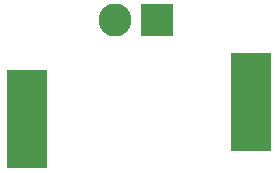
<source format=gbs>
G04 #@! TF.FileFunction,Soldermask,Bot*
%FSLAX46Y46*%
G04 Gerber Fmt 4.6, Leading zero omitted, Abs format (unit mm)*
G04 Created by KiCad (PCBNEW 4.0.3-stable) date Sun Sep 11 01:35:28 2016*
%MOMM*%
%LPD*%
G01*
G04 APERTURE LIST*
%ADD10C,0.100000*%
%ADD11C,2.800000*%
%ADD12R,2.800000X2.800000*%
%ADD13R,3.400000X8.400000*%
G04 APERTURE END LIST*
D10*
D11*
X144000000Y-95600000D03*
D12*
X147500000Y-95600000D03*
D13*
X136500000Y-104000000D03*
X155500000Y-102500000D03*
M02*

</source>
